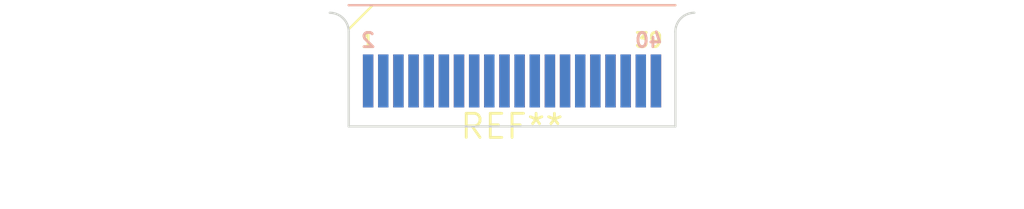
<source format=kicad_pcb>
(kicad_pcb (version 20240108) (generator pcbnew)
  (layers (0 "F.Cu" signal) (31 "B.Cu" signal) (34 "B.Paste" user) (35 "F.Paste" user) (36 "B.SilkS" user "B.Silkscreen") (37 "F.SilkS" user "F.Silkscreen") (38 "B.Mask" user) (39 "F.Mask" user) (44 "Edge.Cuts" user))
  (net 0 "")
  (footprint "Samtec_HSEC8-120-X-X-DV_2x20_P0.8mm_Wing_Edge" (layer "F.Cu") (at 0 0)
    (property "Reference" "REF**")
    (property "Value" "Samtec_HSEC8-120-X-X-DV_2x20_P0.8mm_Wing_Edge")
    (fp_line (start -8.625 -6.4) (end -8.625 -6.4) (layer "B.SilkS") (stroke (width 0.12)))
    (fp_line (start -8.625 -6.4) (end 8.625 -6.4) (layer "B.SilkS") (stroke (width 0.12)))
    (fp_line (start -8.625 -5.13) (end -7.355 -6.4) (layer "F.SilkS") (stroke (width 0.12)))
    (fp_line (start -7.355 -6.4) (end 8.625 -6.4) (layer "F.SilkS") (stroke (width 0.12)))
    (fp_line (start -8.625 -5) (end -8.625 0) (layer "Edge.Cuts") (stroke (width 0.12)))
    (fp_line (start -8.625 0) (end 8.625 0) (layer "Edge.Cuts") (stroke (width 0.12)))
    (fp_line (start 8.625 0) (end 8.625 -5) (layer "Edge.Cuts") (stroke (width 0.12)))
    (fp_arc (start -9.625 -6) (mid -8.917893 -5.707107) (end -8.625 -5) (layer "Edge.Cuts") (stroke (width 0.12)))
    (fp_arc (start 8.625 -5) (mid 8.917893 -5.707107) (end 9.625 -6) (layer "Edge.Cuts") (stroke (width 0.12)))
    (fp_text user "40" (at 7.225 -4.55 0) (layer "B.SilkS") (effects (font (size 0.75 0.75)) (justify mirror)))
    (fp_text user "2" (at -7.6 -4.55 0) (layer "B.SilkS") (effects (font (size 0.75 0.75)) (justify mirror)))
    (fp_text user "39" (at 7.225 -4.55 0) (layer "F.SilkS") (effects (font (size 0.75 0.75))))
    (fp_text user "1" (at -7.6 -4.55 0) (layer "F.SilkS") (effects (font (size 0.75 0.75))))
    (pad "1" connect rect (at -7.6 -2.4) (size 0.55 2.8) (layers "F.Cu" "F.Mask"))
    (pad "2" connect rect (at -7.6 -2.4) (size 0.55 2.8) (layers "B.Cu" "B.Mask"))
    (pad "3" connect rect (at -6.8 -2.4) (size 0.55 2.8) (layers "F.Cu" "F.Mask"))
    (pad "4" connect rect (at -6.8 -2.4) (size 0.55 2.8) (layers "B.Cu" "B.Mask"))
    (pad "5" connect rect (at -6 -2.4) (size 0.55 2.8) (layers "F.Cu" "F.Mask"))
    (pad "6" connect rect (at -6 -2.4) (size 0.55 2.8) (layers "B.Cu" "B.Mask"))
    (pad "7" connect rect (at -5.2 -2.4) (size 0.55 2.8) (layers "F.Cu" "F.Mask"))
    (pad "8" connect rect (at -5.2 -2.4) (size 0.55 2.8) (layers "B.Cu" "B.Mask"))
    (pad "9" connect rect (at -4.4 -2.4) (size 0.55 2.8) (layers "F.Cu" "F.Mask"))
    (pad "10" connect rect (at -4.4 -2.4) (size 0.55 2.8) (layers "B.Cu" "B.Mask"))
    (pad "11" connect rect (at -3.6 -2.4) (size 0.55 2.8) (layers "F.Cu" "F.Mask"))
    (pad "12" connect rect (at -3.6 -2.4) (size 0.55 2.8) (layers "B.Cu" "B.Mask"))
    (pad "13" connect rect (at -2.8 -2.4) (size 0.55 2.8) (layers "F.Cu" "F.Mask"))
    (pad "14" connect rect (at -2.8 -2.4) (size 0.55 2.8) (layers "B.Cu" "B.Mask"))
    (pad "15" connect rect (at -2 -2.4) (size 0.55 2.8) (layers "F.Cu" "F.Mask"))
    (pad "16" connect rect (at -2 -2.4) (size 0.55 2.8) (layers "B.Cu" "B.Mask"))
    (pad "17" connect rect (at -1.2 -2.4) (size 0.55 2.8) (layers "F.Cu" "F.Mask"))
    (pad "18" connect rect (at -1.2 -2.4) (size 0.55 2.8) (layers "B.Cu" "B.Mask"))
    (pad "19" connect rect (at -0.4 -2.4) (size 0.55 2.8) (layers "F.Cu" "F.Mask"))
    (pad "20" connect rect (at -0.4 -2.4) (size 0.55 2.8) (layers "B.Cu" "B.Mask"))
    (pad "21" connect rect (at 0.4 -2.4) (size 0.55 2.8) (layers "F.Cu" "F.Mask"))
    (pad "22" connect rect (at 0.4 -2.4) (size 0.55 2.8) (layers "B.Cu" "B.Mask"))
    (pad "23" connect rect (at 1.2 -2.4) (size 0.55 2.8) (layers "F.Cu" "F.Mask"))
    (pad "24" connect rect (at 1.2 -2.4) (size 0.55 2.8) (layers "B.Cu" "B.Mask"))
    (pad "25" connect rect (at 2 -2.4) (size 0.55 2.8) (layers "F.Cu" "F.Mask"))
    (pad "26" connect rect (at 2 -2.4) (size 0.55 2.8) (layers "B.Cu" "B.Mask"))
    (pad "27" connect rect (at 2.8 -2.4) (size 0.55 2.8) (layers "F.Cu" "F.Mask"))
    (pad "28" connect rect (at 2.8 -2.4) (size 0.55 2.8) (layers "B.Cu" "B.Mask"))
    (pad "29" connect rect (at 3.6 -2.4) (size 0.55 2.8) (layers "F.Cu" "F.Mask"))
    (pad "30" connect rect (at 3.6 -2.4) (size 0.55 2.8) (layers "B.Cu" "B.Mask"))
    (pad "31" connect rect (at 4.4 -2.4) (size 0.55 2.8) (layers "F.Cu" "F.Mask"))
    (pad "32" connect rect (at 4.4 -2.4) (size 0.55 2.8) (layers "B.Cu" "B.Mask"))
    (pad "33" connect rect (at 5.2 -2.4) (size 0.55 2.8) (layers "F.Cu" "F.Mask"))
    (pad "34" connect rect (at 5.2 -2.4) (size 0.55 2.8) (layers "B.Cu" "B.Mask"))
    (pad "35" connect rect (at 6 -2.4) (size 0.55 2.8) (layers "F.Cu" "F.Mask"))
    (pad "36" connect rect (at 6 -2.4) (size 0.55 2.8) (layers "B.Cu" "B.Mask"))
    (pad "37" connect rect (at 6.8 -2.4) (size 0.55 2.8) (layers "F.Cu" "F.Mask"))
    (pad "38" connect rect (at 6.8 -2.4) (size 0.55 2.8) (layers "B.Cu" "B.Mask"))
    (pad "39" connect rect (at 7.6 -2.4) (size 0.55 2.8) (layers "F.Cu" "F.Mask"))
    (pad "40" connect rect (at 7.6 -2.4) (size 0.55 2.8) (layers "B.Cu" "B.Mask"))
  )
)
</source>
